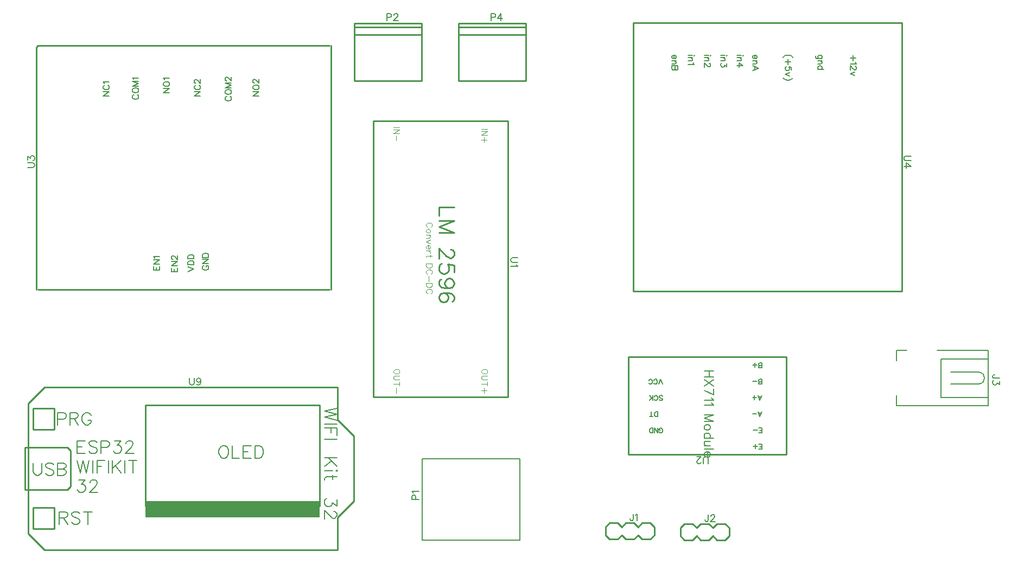
<source format=gto>
G04 Layer: TopSilkLayer*
G04 EasyEDA v6.4.7, 2020-11-20T21:23:31--3:00*
G04 e52d193bf13c446e91f454a0656ad50a,09237c92188f4bc9b643e288e8680b3c,10*
G04 Gerber Generator version 0.2*
G04 Scale: 100 percent, Rotated: No, Reflected: No *
G04 Dimensions in millimeters *
G04 leading zeros omitted , absolute positions ,3 integer and 3 decimal *
%FSLAX33Y33*%
%MOMM*%
G90*
D02*

%ADD10C,0.254000*%
%ADD23C,0.203200*%
%ADD24C,0.200000*%
%ADD25C,0.152400*%
%ADD26C,0.203200*%
%ADD27C,0.100000*%
%ADD28C,0.250012*%

%LPD*%
G54D10*
G01X50927Y48641D02*
G01X50927Y86741D01*
G01X50673Y48641D02*
G01X5207Y48641D01*
G01X4953Y48641D02*
G01X4953Y86487D01*
G01X5207Y86741D01*
G01X50673Y86741D02*
G01X5207Y86741D01*
G01X4953Y86487D01*
G54D23*
G01X65151Y9525D02*
G01X80391Y9525D01*
G01X80391Y22225D01*
G01X65151Y22225D01*
G01X65151Y9525D01*
G54D10*
G01X81278Y90209D02*
G01X81278Y81209D01*
G01X70778Y90179D02*
G01X70778Y81179D01*
G01X70778Y90209D02*
G01X81278Y90209D01*
G01X70748Y88379D02*
G01X81248Y88379D01*
G01X70778Y89609D02*
G01X81278Y89609D01*
G01X70778Y81179D02*
G01X81278Y81179D01*
G01X65022Y90209D02*
G01X65022Y81209D01*
G01X54522Y90179D02*
G01X54522Y81179D01*
G01X54522Y90209D02*
G01X65022Y90209D01*
G01X54492Y88379D02*
G01X64992Y88379D01*
G01X54522Y89609D02*
G01X65022Y89609D01*
G01X54522Y81179D02*
G01X65022Y81179D01*
G01X121920Y22860D02*
G01X97282Y22860D01*
G01X97282Y38100D01*
G01X121920Y38100D01*
G01X121920Y22860D01*
G01X139954Y90297D02*
G01X98044Y90297D01*
G01X98044Y48387D01*
G01X139954Y48387D01*
G01X139954Y90297D01*
G01X4445Y14605D02*
G01X7747Y14605D01*
G01X7747Y11303D01*
G01X4445Y11303D01*
G01X4445Y14605D01*
G01X3175Y24003D02*
G01X9779Y24003D01*
G01X10287Y23495D01*
G01X10287Y17907D01*
G01X9779Y17399D01*
G01X3175Y17399D01*
G01X3175Y24003D01*
G01X4444Y30099D02*
G01X7746Y30099D01*
G01X7746Y26797D01*
G01X4444Y26797D01*
G01X4444Y30099D01*
G01X21970Y30607D02*
G01X21970Y14859D01*
G01X49148Y30607D02*
G01X49148Y14859D01*
G01X49148Y14859D02*
G01X21970Y14859D01*
G01X21970Y30607D02*
G01X49148Y30607D01*
G01X51942Y8001D02*
G01X6223Y8001D01*
G01X6223Y33401D02*
G01X51942Y33401D01*
G01X51942Y8001D02*
G01X51942Y13081D01*
G01X54482Y15621D01*
G01X54482Y25781D01*
G01X51942Y28321D01*
G01X51942Y33401D01*
G01X6222Y33401D02*
G01X3682Y30861D01*
G01X3682Y10541D01*
G01X6222Y8001D01*
G54D24*
G01X152051Y33911D02*
G01X147551Y33911D01*
G01X152051Y35710D02*
G01X147551Y35710D01*
G01X153326Y31811D02*
G01X146051Y31811D01*
G01X146051Y37810D01*
G01X153351Y37810D01*
G01X139151Y32110D02*
G01X139151Y30511D01*
G01X153451Y30511D01*
G01X153451Y39110D01*
G01X145501Y39110D01*
G01X140751Y39110D02*
G01X139151Y39110D01*
G01X139151Y37511D01*
G54D10*
G01X78486Y74930D02*
G01X78486Y31877D01*
G01X57531Y31877D01*
G01X57531Y74930D01*
G01X78486Y74930D01*
G01X93726Y11557D02*
G01X94361Y12192D01*
G01X95631Y12192D01*
G01X96266Y11557D01*
G01X96901Y12192D01*
G01X98171Y12192D01*
G01X98806Y11557D01*
G01X99441Y12192D01*
G01X100711Y12192D01*
G01X101346Y11557D01*
G01X101346Y10287D01*
G01X100711Y9652D01*
G01X99441Y9652D01*
G01X98806Y10287D01*
G01X98171Y9652D01*
G01X96901Y9652D01*
G01X96266Y10287D01*
G01X95631Y9652D01*
G01X94361Y9652D01*
G01X93726Y10287D01*
G01X93726Y11557D01*
G01X105410Y11430D02*
G01X106045Y12065D01*
G01X107315Y12065D01*
G01X107950Y11430D01*
G01X108585Y12065D01*
G01X109855Y12065D01*
G01X110490Y11430D01*
G01X111125Y12065D01*
G01X112395Y12065D01*
G01X113030Y11430D01*
G01X113030Y10160D01*
G01X112395Y9525D01*
G01X111125Y9525D01*
G01X110490Y10160D01*
G01X109855Y9525D01*
G01X108585Y9525D01*
G01X107950Y10160D01*
G01X107315Y9525D01*
G01X106045Y9525D01*
G01X105410Y10160D01*
G01X105410Y11430D01*
G54D25*
G01X3545Y67691D02*
G01X4325Y67691D01*
G01X4480Y67741D01*
G01X4584Y67845D01*
G01X4635Y68003D01*
G01X4635Y68107D01*
G01X4584Y68262D01*
G01X4480Y68366D01*
G01X4325Y68417D01*
G01X3545Y68417D01*
G01X3545Y68864D02*
G01X3545Y69435D01*
G01X3962Y69126D01*
G01X3962Y69281D01*
G01X4013Y69385D01*
G01X4064Y69435D01*
G01X4221Y69489D01*
G01X4325Y69489D01*
G01X4480Y69435D01*
G01X4584Y69331D01*
G01X4635Y69176D01*
G01X4635Y69021D01*
G01X4584Y68864D01*
G01X4533Y68813D01*
G01X4429Y68760D01*
G54D26*
G01X15321Y78867D02*
G01X16291Y78867D01*
G01X15321Y78867D02*
G01X16291Y79514D01*
G01X15321Y79514D02*
G01X16291Y79514D01*
G01X15552Y80510D02*
G01X15458Y80464D01*
G01X15367Y80373D01*
G01X15321Y80279D01*
G01X15321Y80096D01*
G01X15367Y80002D01*
G01X15458Y79910D01*
G01X15552Y79865D01*
G01X15689Y79819D01*
G01X15920Y79819D01*
G01X16060Y79865D01*
G01X16151Y79910D01*
G01X16243Y80002D01*
G01X16291Y80096D01*
G01X16291Y80279D01*
G01X16243Y80373D01*
G01X16151Y80464D01*
G01X16060Y80510D01*
G01X15506Y80815D02*
G01X15458Y80909D01*
G01X15321Y81046D01*
G01X16291Y81046D01*
G01X20124Y79052D02*
G01X20030Y79006D01*
G01X19939Y78912D01*
G01X19893Y78821D01*
G01X19893Y78635D01*
G01X19939Y78544D01*
G01X20030Y78450D01*
G01X20124Y78404D01*
G01X20261Y78359D01*
G01X20492Y78359D01*
G01X20632Y78404D01*
G01X20723Y78450D01*
G01X20815Y78544D01*
G01X20863Y78635D01*
G01X20863Y78821D01*
G01X20815Y78912D01*
G01X20723Y79006D01*
G01X20632Y79052D01*
G01X19893Y79634D02*
G01X19939Y79540D01*
G01X20030Y79448D01*
G01X20124Y79402D01*
G01X20261Y79357D01*
G01X20492Y79357D01*
G01X20632Y79402D01*
G01X20723Y79448D01*
G01X20815Y79540D01*
G01X20863Y79634D01*
G01X20863Y79819D01*
G01X20815Y79910D01*
G01X20723Y80002D01*
G01X20632Y80048D01*
G01X20492Y80096D01*
G01X20261Y80096D01*
G01X20124Y80048D01*
G01X20030Y80002D01*
G01X19939Y79910D01*
G01X19893Y79819D01*
G01X19893Y79634D01*
G01X19893Y80401D02*
G01X20863Y80401D01*
G01X19893Y80401D02*
G01X20863Y80769D01*
G01X19893Y81140D02*
G01X20863Y80769D01*
G01X19893Y81140D02*
G01X20863Y81140D01*
G01X20078Y81445D02*
G01X20030Y81536D01*
G01X19893Y81673D01*
G01X20863Y81673D01*
G01X25989Y51435D02*
G01X26959Y51435D01*
G01X25989Y51435D02*
G01X25989Y52034D01*
G01X26451Y51435D02*
G01X26451Y51803D01*
G01X26959Y51435D02*
G01X26959Y52034D01*
G01X25989Y52339D02*
G01X26959Y52339D01*
G01X25989Y52339D02*
G01X26959Y52986D01*
G01X25989Y52986D02*
G01X26959Y52986D01*
G01X26220Y53337D02*
G01X26174Y53337D01*
G01X26080Y53383D01*
G01X26035Y53428D01*
G01X25989Y53522D01*
G01X25989Y53708D01*
G01X26035Y53799D01*
G01X26080Y53845D01*
G01X26174Y53891D01*
G01X26266Y53891D01*
G01X26357Y53845D01*
G01X26497Y53754D01*
G01X26959Y53291D01*
G01X26959Y53936D01*
G01X28529Y51435D02*
G01X29499Y51803D01*
G01X28529Y52174D02*
G01X29499Y51803D01*
G01X28529Y52478D02*
G01X29499Y52478D01*
G01X28529Y52478D02*
G01X28529Y52801D01*
G01X28575Y52941D01*
G01X28666Y53032D01*
G01X28760Y53078D01*
G01X28897Y53124D01*
G01X29128Y53124D01*
G01X29268Y53078D01*
G01X29359Y53032D01*
G01X29451Y52941D01*
G01X29499Y52801D01*
G01X29499Y52478D01*
G01X28529Y53428D02*
G01X29499Y53428D01*
G01X28529Y53428D02*
G01X28529Y53754D01*
G01X28575Y53891D01*
G01X28666Y53985D01*
G01X28760Y54030D01*
G01X28897Y54076D01*
G01X29128Y54076D01*
G01X29268Y54030D01*
G01X29359Y53985D01*
G01X29451Y53891D01*
G01X29499Y53754D01*
G01X29499Y53428D01*
G01X31046Y52382D02*
G01X30952Y52336D01*
G01X30861Y52242D01*
G01X30815Y52151D01*
G01X30815Y51965D01*
G01X30861Y51874D01*
G01X30952Y51780D01*
G01X31046Y51734D01*
G01X31183Y51689D01*
G01X31414Y51689D01*
G01X31554Y51734D01*
G01X31645Y51780D01*
G01X31737Y51874D01*
G01X31785Y51965D01*
G01X31785Y52151D01*
G01X31737Y52242D01*
G01X31645Y52336D01*
G01X31554Y52382D01*
G01X31414Y52382D01*
G01X31414Y52151D02*
G01X31414Y52382D01*
G01X30815Y52687D02*
G01X31785Y52687D01*
G01X30815Y52687D02*
G01X31785Y53332D01*
G01X30815Y53332D02*
G01X31785Y53332D01*
G01X30815Y53637D02*
G01X31785Y53637D01*
G01X30815Y53637D02*
G01X30815Y53962D01*
G01X30861Y54099D01*
G01X30952Y54190D01*
G01X31046Y54239D01*
G01X31183Y54284D01*
G01X31414Y54284D01*
G01X31554Y54239D01*
G01X31645Y54190D01*
G01X31737Y54099D01*
G01X31785Y53962D01*
G01X31785Y53637D01*
G01X24719Y79375D02*
G01X25689Y79375D01*
G01X24719Y79375D02*
G01X25689Y80022D01*
G01X24719Y80022D02*
G01X25689Y80022D01*
G01X24719Y80604D02*
G01X24765Y80510D01*
G01X24856Y80418D01*
G01X24950Y80373D01*
G01X25087Y80327D01*
G01X25318Y80327D01*
G01X25458Y80373D01*
G01X25549Y80418D01*
G01X25641Y80510D01*
G01X25689Y80604D01*
G01X25689Y80787D01*
G01X25641Y80881D01*
G01X25549Y80972D01*
G01X25458Y81018D01*
G01X25318Y81064D01*
G01X25087Y81064D01*
G01X24950Y81018D01*
G01X24856Y80972D01*
G01X24765Y80881D01*
G01X24719Y80787D01*
G01X24719Y80604D01*
G01X24904Y81368D02*
G01X24856Y81462D01*
G01X24719Y81600D01*
G01X25689Y81600D01*
G01X23195Y51689D02*
G01X24165Y51689D01*
G01X23195Y51689D02*
G01X23195Y52288D01*
G01X23657Y51689D02*
G01X23657Y52057D01*
G01X24165Y51689D02*
G01X24165Y52288D01*
G01X23195Y52593D02*
G01X24165Y52593D01*
G01X23195Y52593D02*
G01X24165Y53240D01*
G01X23195Y53240D02*
G01X24165Y53240D01*
G01X23380Y53545D02*
G01X23332Y53637D01*
G01X23195Y53776D01*
G01X24165Y53776D01*
G01X29545Y78867D02*
G01X30515Y78867D01*
G01X29545Y78867D02*
G01X30515Y79514D01*
G01X29545Y79514D02*
G01X30515Y79514D01*
G01X29776Y80510D02*
G01X29682Y80464D01*
G01X29591Y80373D01*
G01X29545Y80279D01*
G01X29545Y80096D01*
G01X29591Y80002D01*
G01X29682Y79910D01*
G01X29776Y79865D01*
G01X29913Y79819D01*
G01X30144Y79819D01*
G01X30284Y79865D01*
G01X30375Y79910D01*
G01X30467Y80002D01*
G01X30515Y80096D01*
G01X30515Y80279D01*
G01X30467Y80373D01*
G01X30375Y80464D01*
G01X30284Y80510D01*
G01X29776Y80860D02*
G01X29730Y80860D01*
G01X29636Y80909D01*
G01X29591Y80954D01*
G01X29545Y81046D01*
G01X29545Y81231D01*
G01X29591Y81323D01*
G01X29636Y81368D01*
G01X29730Y81417D01*
G01X29822Y81417D01*
G01X29913Y81368D01*
G01X30053Y81277D01*
G01X30515Y80815D01*
G01X30515Y81462D01*
G01X34602Y78798D02*
G01X34508Y78752D01*
G01X34417Y78658D01*
G01X34371Y78567D01*
G01X34371Y78381D01*
G01X34417Y78290D01*
G01X34508Y78196D01*
G01X34602Y78150D01*
G01X34739Y78105D01*
G01X34970Y78105D01*
G01X35110Y78150D01*
G01X35201Y78196D01*
G01X35293Y78290D01*
G01X35341Y78381D01*
G01X35341Y78567D01*
G01X35293Y78658D01*
G01X35201Y78752D01*
G01X35110Y78798D01*
G01X34371Y79380D02*
G01X34417Y79286D01*
G01X34508Y79194D01*
G01X34602Y79148D01*
G01X34739Y79103D01*
G01X34970Y79103D01*
G01X35110Y79148D01*
G01X35201Y79194D01*
G01X35293Y79286D01*
G01X35341Y79380D01*
G01X35341Y79565D01*
G01X35293Y79656D01*
G01X35201Y79748D01*
G01X35110Y79794D01*
G01X34970Y79842D01*
G01X34739Y79842D01*
G01X34602Y79794D01*
G01X34508Y79748D01*
G01X34417Y79656D01*
G01X34371Y79565D01*
G01X34371Y79380D01*
G01X34371Y80147D02*
G01X35341Y80147D01*
G01X34371Y80147D02*
G01X35341Y80515D01*
G01X34371Y80886D02*
G01X35341Y80515D01*
G01X34371Y80886D02*
G01X35341Y80886D01*
G01X34602Y81236D02*
G01X34556Y81236D01*
G01X34462Y81282D01*
G01X34417Y81328D01*
G01X34371Y81419D01*
G01X34371Y81605D01*
G01X34417Y81699D01*
G01X34462Y81744D01*
G01X34556Y81790D01*
G01X34648Y81790D01*
G01X34739Y81744D01*
G01X34879Y81650D01*
G01X35341Y81191D01*
G01X35341Y81836D01*
G01X38689Y78867D02*
G01X39659Y78867D01*
G01X38689Y78867D02*
G01X39659Y79514D01*
G01X38689Y79514D02*
G01X39659Y79514D01*
G01X38689Y80096D02*
G01X38735Y80002D01*
G01X38826Y79910D01*
G01X38920Y79865D01*
G01X39057Y79819D01*
G01X39288Y79819D01*
G01X39428Y79865D01*
G01X39519Y79910D01*
G01X39611Y80002D01*
G01X39659Y80096D01*
G01X39659Y80279D01*
G01X39611Y80373D01*
G01X39519Y80464D01*
G01X39428Y80510D01*
G01X39288Y80556D01*
G01X39057Y80556D01*
G01X38920Y80510D01*
G01X38826Y80464D01*
G01X38735Y80373D01*
G01X38689Y80279D01*
G01X38689Y80096D01*
G01X38920Y80909D02*
G01X38874Y80909D01*
G01X38780Y80954D01*
G01X38735Y81000D01*
G01X38689Y81092D01*
G01X38689Y81277D01*
G01X38735Y81368D01*
G01X38780Y81417D01*
G01X38874Y81462D01*
G01X38966Y81462D01*
G01X39057Y81417D01*
G01X39197Y81323D01*
G01X39659Y80860D01*
G01X39659Y81508D01*
G54D25*
G01X63500Y15824D02*
G01X64589Y15824D01*
G01X63500Y15824D02*
G01X63500Y16291D01*
G01X63550Y16446D01*
G01X63604Y16499D01*
G01X63708Y16550D01*
G01X63863Y16550D01*
G01X63967Y16499D01*
G01X64018Y16446D01*
G01X64071Y16291D01*
G01X64071Y15824D01*
G01X63708Y16893D02*
G01X63654Y16997D01*
G01X63500Y17155D01*
G01X64589Y17155D01*
G01X75834Y91688D02*
G01X75834Y90599D01*
G01X75834Y91688D02*
G01X76301Y91688D01*
G01X76456Y91638D01*
G01X76509Y91584D01*
G01X76560Y91480D01*
G01X76560Y91325D01*
G01X76509Y91221D01*
G01X76456Y91170D01*
G01X76301Y91117D01*
G01X75834Y91117D01*
G01X77424Y91688D02*
G01X76903Y90962D01*
G01X77683Y90962D01*
G01X77424Y91688D02*
G01X77424Y90599D01*
G01X59578Y91688D02*
G01X59578Y90599D01*
G01X59578Y91688D02*
G01X60045Y91688D01*
G01X60200Y91638D01*
G01X60253Y91584D01*
G01X60304Y91480D01*
G01X60304Y91325D01*
G01X60253Y91221D01*
G01X60200Y91170D01*
G01X60045Y91117D01*
G01X59578Y91117D01*
G01X60700Y91429D02*
G01X60700Y91480D01*
G01X60751Y91584D01*
G01X60805Y91638D01*
G01X60909Y91688D01*
G01X61114Y91688D01*
G01X61219Y91638D01*
G01X61272Y91584D01*
G01X61323Y91480D01*
G01X61323Y91376D01*
G01X61272Y91272D01*
G01X61168Y91117D01*
G01X60647Y90599D01*
G01X61376Y90599D01*
G01X109728Y21452D02*
G01X109728Y22232D01*
G01X109677Y22387D01*
G01X109573Y22491D01*
G01X109415Y22542D01*
G01X109311Y22542D01*
G01X109156Y22491D01*
G01X109052Y22387D01*
G01X109001Y22232D01*
G01X109001Y21452D01*
G01X108605Y21711D02*
G01X108605Y21661D01*
G01X108554Y21556D01*
G01X108501Y21503D01*
G01X108397Y21452D01*
G01X108191Y21452D01*
G01X108087Y21503D01*
G01X108033Y21556D01*
G01X107983Y21661D01*
G01X107983Y21765D01*
G01X108033Y21869D01*
G01X108137Y22024D01*
G01X108658Y22542D01*
G01X107929Y22542D01*
G54D26*
G01X110545Y35941D02*
G01X109113Y35941D01*
G01X110545Y34985D02*
G01X109113Y34985D01*
G01X109865Y35941D02*
G01X109865Y34985D01*
G01X110545Y34536D02*
G01X109113Y33581D01*
G01X110545Y33581D02*
G01X109113Y34536D01*
G01X110545Y32176D02*
G01X109113Y32859D01*
G01X110545Y33131D02*
G01X110545Y32176D01*
G01X110274Y31727D02*
G01X110342Y31589D01*
G01X110545Y31386D01*
G01X109113Y31386D01*
G01X110274Y30937D02*
G01X110342Y30800D01*
G01X110545Y30594D01*
G01X109113Y30594D01*
G01X110545Y29095D02*
G01X109113Y29095D01*
G01X110545Y29095D02*
G01X109113Y28549D01*
G01X110545Y28003D02*
G01X109113Y28549D01*
G01X110545Y28003D02*
G01X109113Y28003D01*
G01X110068Y27213D02*
G01X109999Y27350D01*
G01X109865Y27485D01*
G01X109659Y27553D01*
G01X109522Y27553D01*
G01X109319Y27485D01*
G01X109181Y27350D01*
G01X109113Y27213D01*
G01X109113Y27010D01*
G01X109181Y26873D01*
G01X109319Y26736D01*
G01X109522Y26667D01*
G01X109659Y26667D01*
G01X109865Y26736D01*
G01X109999Y26873D01*
G01X110068Y27010D01*
G01X110068Y27213D01*
G01X110545Y25400D02*
G01X109113Y25400D01*
G01X109865Y25400D02*
G01X109999Y25537D01*
G01X110068Y25671D01*
G01X110068Y25877D01*
G01X109999Y26014D01*
G01X109865Y26149D01*
G01X109659Y26217D01*
G01X109522Y26217D01*
G01X109319Y26149D01*
G01X109181Y26014D01*
G01X109113Y25877D01*
G01X109113Y25671D01*
G01X109181Y25537D01*
G01X109319Y25400D01*
G01X110068Y24950D02*
G01X109387Y24950D01*
G01X109181Y24881D01*
G01X109113Y24744D01*
G01X109113Y24541D01*
G01X109181Y24404D01*
G01X109387Y24201D01*
G01X110068Y24201D02*
G01X109113Y24201D01*
G01X110545Y23749D02*
G01X109113Y23749D01*
G01X109659Y23299D02*
G01X109659Y22481D01*
G01X109796Y22481D01*
G01X109933Y22550D01*
G01X109999Y22618D01*
G01X110068Y22755D01*
G01X110068Y22959D01*
G01X109999Y23096D01*
G01X109865Y23230D01*
G01X109659Y23299D01*
G01X109522Y23299D01*
G01X109319Y23230D01*
G01X109181Y23096D01*
G01X109113Y22959D01*
G01X109113Y22755D01*
G01X109181Y22618D01*
G01X109319Y22481D01*
G01X118110Y23693D02*
G01X118110Y24457D01*
G01X118110Y23693D02*
G01X117637Y23693D01*
G01X118110Y24056D02*
G01X117817Y24056D01*
G01X118110Y24457D02*
G01X117637Y24457D01*
G01X117071Y23802D02*
G01X117071Y24457D01*
G01X117396Y24130D02*
G01X116743Y24130D01*
G01X118110Y26233D02*
G01X118110Y26997D01*
G01X118110Y26233D02*
G01X117637Y26233D01*
G01X118110Y26596D02*
G01X117817Y26596D01*
G01X118110Y26997D02*
G01X117637Y26997D01*
G01X117396Y26670D02*
G01X116743Y26670D01*
G01X117817Y28773D02*
G01X118110Y29537D01*
G01X117817Y28773D02*
G01X117528Y29537D01*
G01X118000Y29283D02*
G01X117637Y29283D01*
G01X117287Y29210D02*
G01X116634Y29210D01*
G01X117817Y31313D02*
G01X118110Y32077D01*
G01X117817Y31313D02*
G01X117528Y32077D01*
G01X118000Y31823D02*
G01X117637Y31823D01*
G01X116961Y31422D02*
G01X116961Y32077D01*
G01X117287Y31750D02*
G01X116634Y31750D01*
G01X118110Y33853D02*
G01X118110Y34617D01*
G01X118110Y33853D02*
G01X117782Y33853D01*
G01X117673Y33891D01*
G01X117637Y33926D01*
G01X117602Y33997D01*
G01X117602Y34071D01*
G01X117637Y34145D01*
G01X117673Y34180D01*
G01X117782Y34216D01*
G01X118110Y34216D02*
G01X117782Y34216D01*
G01X117673Y34254D01*
G01X117637Y34290D01*
G01X117602Y34363D01*
G01X117602Y34472D01*
G01X117637Y34544D01*
G01X117673Y34582D01*
G01X117782Y34617D01*
G01X118110Y34617D01*
G01X117360Y34290D02*
G01X116705Y34290D01*
G01X118110Y36393D02*
G01X118110Y37157D01*
G01X118110Y36393D02*
G01X117782Y36393D01*
G01X117673Y36431D01*
G01X117637Y36466D01*
G01X117602Y36537D01*
G01X117602Y36611D01*
G01X117637Y36685D01*
G01X117673Y36720D01*
G01X117782Y36756D01*
G01X118110Y36756D02*
G01X117782Y36756D01*
G01X117673Y36794D01*
G01X117637Y36830D01*
G01X117602Y36903D01*
G01X117602Y37012D01*
G01X117637Y37084D01*
G01X117673Y37122D01*
G01X117782Y37157D01*
G01X118110Y37157D01*
G01X117033Y36502D02*
G01X117033Y37157D01*
G01X117360Y36830D02*
G01X116705Y36830D01*
G01X102069Y26416D02*
G01X102108Y26342D01*
G01X102179Y26271D01*
G01X102252Y26233D01*
G01X102397Y26233D01*
G01X102471Y26271D01*
G01X102542Y26342D01*
G01X102580Y26416D01*
G01X102616Y26525D01*
G01X102616Y26705D01*
G01X102580Y26814D01*
G01X102542Y26888D01*
G01X102471Y26962D01*
G01X102397Y26997D01*
G01X102252Y26997D01*
G01X102179Y26962D01*
G01X102108Y26888D01*
G01X102069Y26814D01*
G01X102069Y26705D01*
G01X102252Y26705D02*
G01X102069Y26705D01*
G01X101831Y26233D02*
G01X101831Y26997D01*
G01X101831Y26233D02*
G01X101320Y26997D01*
G01X101320Y26233D02*
G01X101320Y26997D01*
G01X101081Y26233D02*
G01X101081Y26997D01*
G01X101081Y26233D02*
G01X100827Y26233D01*
G01X100718Y26271D01*
G01X100644Y26342D01*
G01X100609Y26416D01*
G01X100571Y26525D01*
G01X100571Y26705D01*
G01X100609Y26814D01*
G01X100644Y26888D01*
G01X100718Y26962D01*
G01X100827Y26997D01*
G01X101081Y26997D01*
G01X101854Y28773D02*
G01X101854Y29537D01*
G01X101854Y28773D02*
G01X101600Y28773D01*
G01X101490Y28811D01*
G01X101417Y28882D01*
G01X101381Y28956D01*
G01X101346Y29065D01*
G01X101346Y29245D01*
G01X101381Y29354D01*
G01X101417Y29428D01*
G01X101490Y29502D01*
G01X101600Y29537D01*
G01X101854Y29537D01*
G01X100850Y28773D02*
G01X100850Y29537D01*
G01X101104Y28773D02*
G01X100596Y28773D01*
G01X102108Y31422D02*
G01X102179Y31351D01*
G01X102288Y31313D01*
G01X102433Y31313D01*
G01X102542Y31351D01*
G01X102616Y31422D01*
G01X102616Y31496D01*
G01X102580Y31567D01*
G01X102542Y31605D01*
G01X102471Y31640D01*
G01X102252Y31714D01*
G01X102179Y31750D01*
G01X102143Y31785D01*
G01X102108Y31859D01*
G01X102108Y31968D01*
G01X102179Y32042D01*
G01X102288Y32077D01*
G01X102433Y32077D01*
G01X102542Y32042D01*
G01X102616Y31968D01*
G01X101320Y31496D02*
G01X101358Y31422D01*
G01X101429Y31351D01*
G01X101503Y31313D01*
G01X101648Y31313D01*
G01X101721Y31351D01*
G01X101793Y31422D01*
G01X101831Y31496D01*
G01X101866Y31605D01*
G01X101866Y31785D01*
G01X101831Y31894D01*
G01X101793Y31968D01*
G01X101721Y32042D01*
G01X101648Y32077D01*
G01X101503Y32077D01*
G01X101429Y32042D01*
G01X101358Y31968D01*
G01X101320Y31894D01*
G01X101081Y31313D02*
G01X101081Y32077D01*
G01X100571Y31313D02*
G01X101081Y31823D01*
G01X100898Y31640D02*
G01X100571Y32077D01*
G01X102616Y33853D02*
G01X102323Y34617D01*
G01X102034Y33853D02*
G01X102323Y34617D01*
G01X101249Y34036D02*
G01X101285Y33962D01*
G01X101358Y33891D01*
G01X101429Y33853D01*
G01X101577Y33853D01*
G01X101648Y33891D01*
G01X101721Y33962D01*
G01X101757Y34036D01*
G01X101793Y34145D01*
G01X101793Y34325D01*
G01X101757Y34434D01*
G01X101721Y34508D01*
G01X101648Y34582D01*
G01X101577Y34617D01*
G01X101429Y34617D01*
G01X101358Y34582D01*
G01X101285Y34508D01*
G01X101249Y34434D01*
G01X100462Y34036D02*
G01X100500Y33962D01*
G01X100571Y33891D01*
G01X100644Y33853D01*
G01X100789Y33853D01*
G01X100863Y33891D01*
G01X100937Y33962D01*
G01X100972Y34036D01*
G01X101008Y34145D01*
G01X101008Y34325D01*
G01X100972Y34434D01*
G01X100937Y34508D01*
G01X100863Y34582D01*
G01X100789Y34617D01*
G01X100644Y34617D01*
G01X100571Y34582D01*
G01X100500Y34508D01*
G01X100462Y34434D01*
G54D25*
G01X141361Y69469D02*
G01X140581Y69469D01*
G01X140426Y69418D01*
G01X140322Y69314D01*
G01X140271Y69156D01*
G01X140271Y69052D01*
G01X140322Y68897D01*
G01X140426Y68793D01*
G01X140581Y68742D01*
G01X141361Y68742D01*
G01X141361Y67878D02*
G01X140634Y68399D01*
G01X140634Y67619D01*
G01X141361Y67878D02*
G01X140271Y67878D01*
G54D26*
G01X115189Y85217D02*
G01X115143Y85171D01*
G01X115189Y85125D01*
G01X115234Y85171D01*
G01X115189Y85217D01*
G01X114866Y85171D02*
G01X114218Y85171D01*
G01X114866Y84820D02*
G01X114218Y84820D01*
G01X114681Y84820D02*
G01X114820Y84681D01*
G01X114866Y84589D01*
G01X114866Y84449D01*
G01X114820Y84358D01*
G01X114681Y84312D01*
G01X114218Y84312D01*
G01X115189Y83545D02*
G01X114543Y84007D01*
G01X114543Y83314D01*
G01X115189Y83545D02*
G01X114218Y83545D01*
G01X112649Y85217D02*
G01X112603Y85171D01*
G01X112649Y85125D01*
G01X112694Y85171D01*
G01X112649Y85217D01*
G01X112326Y85171D02*
G01X111678Y85171D01*
G01X112326Y84820D02*
G01X111678Y84820D01*
G01X112141Y84820D02*
G01X112280Y84681D01*
G01X112326Y84589D01*
G01X112326Y84449D01*
G01X112280Y84358D01*
G01X112141Y84312D01*
G01X111678Y84312D01*
G01X112649Y83913D02*
G01X112649Y83405D01*
G01X112280Y83682D01*
G01X112280Y83545D01*
G01X112235Y83451D01*
G01X112186Y83405D01*
G01X112049Y83360D01*
G01X111955Y83360D01*
G01X111818Y83405D01*
G01X111727Y83499D01*
G01X111678Y83637D01*
G01X111678Y83776D01*
G01X111727Y83913D01*
G01X111772Y83959D01*
G01X111864Y84007D01*
G01X110109Y85217D02*
G01X110063Y85171D01*
G01X110109Y85125D01*
G01X110154Y85171D01*
G01X110109Y85217D01*
G01X109786Y85171D02*
G01X109138Y85171D01*
G01X109786Y84820D02*
G01X109138Y84820D01*
G01X109601Y84820D02*
G01X109740Y84681D01*
G01X109786Y84589D01*
G01X109786Y84449D01*
G01X109740Y84358D01*
G01X109601Y84312D01*
G01X109138Y84312D01*
G01X109877Y83959D02*
G01X109923Y83959D01*
G01X110017Y83913D01*
G01X110063Y83868D01*
G01X110109Y83776D01*
G01X110109Y83591D01*
G01X110063Y83499D01*
G01X110017Y83451D01*
G01X109923Y83405D01*
G01X109832Y83405D01*
G01X109740Y83451D01*
G01X109601Y83545D01*
G01X109138Y84007D01*
G01X109138Y83360D01*
G01X107569Y85217D02*
G01X107523Y85171D01*
G01X107569Y85125D01*
G01X107614Y85171D01*
G01X107569Y85217D01*
G01X107246Y85171D02*
G01X106598Y85171D01*
G01X107246Y84820D02*
G01X106598Y84820D01*
G01X107061Y84820D02*
G01X107200Y84681D01*
G01X107246Y84589D01*
G01X107246Y84449D01*
G01X107200Y84358D01*
G01X107061Y84312D01*
G01X106598Y84312D01*
G01X107383Y84007D02*
G01X107431Y83913D01*
G01X107569Y83776D01*
G01X106598Y83776D01*
G01X132750Y84800D02*
G01X131917Y84800D01*
G01X132334Y85217D02*
G01X132334Y84386D01*
G01X132702Y84081D02*
G01X132750Y83987D01*
G01X132887Y83850D01*
G01X131917Y83850D01*
G01X132656Y83499D02*
G01X132702Y83499D01*
G01X132796Y83451D01*
G01X132842Y83405D01*
G01X132887Y83314D01*
G01X132887Y83129D01*
G01X132842Y83037D01*
G01X132796Y82991D01*
G01X132702Y82943D01*
G01X132610Y82943D01*
G01X132519Y82991D01*
G01X132379Y83083D01*
G01X131917Y83545D01*
G01X131917Y82897D01*
G01X132565Y82593D02*
G01X131917Y82316D01*
G01X132565Y82039D02*
G01X131917Y82316D01*
G01X127485Y84663D02*
G01X126746Y84663D01*
G01X126606Y84709D01*
G01X126560Y84754D01*
G01X126514Y84848D01*
G01X126514Y84985D01*
G01X126560Y85077D01*
G01X127345Y84663D02*
G01X127439Y84754D01*
G01X127485Y84848D01*
G01X127485Y84985D01*
G01X127439Y85077D01*
G01X127345Y85171D01*
G01X127208Y85217D01*
G01X127114Y85217D01*
G01X126977Y85171D01*
G01X126885Y85077D01*
G01X126837Y84985D01*
G01X126837Y84848D01*
G01X126885Y84754D01*
G01X126977Y84663D01*
G01X127485Y84358D02*
G01X126837Y84358D01*
G01X127299Y84358D02*
G01X127439Y84218D01*
G01X127485Y84127D01*
G01X127485Y83987D01*
G01X127439Y83896D01*
G01X127299Y83850D01*
G01X126837Y83850D01*
G01X127807Y82991D02*
G01X126837Y82991D01*
G01X127345Y82991D02*
G01X127439Y83083D01*
G01X127485Y83174D01*
G01X127485Y83314D01*
G01X127439Y83405D01*
G01X127345Y83499D01*
G01X127208Y83545D01*
G01X127114Y83545D01*
G01X126977Y83499D01*
G01X126885Y83405D01*
G01X126837Y83314D01*
G01X126837Y83174D01*
G01X126885Y83083D01*
G01X126977Y82991D01*
G01X122913Y84894D02*
G01X122821Y84985D01*
G01X122682Y85077D01*
G01X122496Y85171D01*
G01X122265Y85217D01*
G01X122082Y85217D01*
G01X121851Y85171D01*
G01X121666Y85077D01*
G01X121526Y84985D01*
G01X121434Y84894D01*
G01X122590Y84173D02*
G01X121757Y84173D01*
G01X122174Y84589D02*
G01X122174Y83756D01*
G01X122727Y82897D02*
G01X122727Y83360D01*
G01X122313Y83405D01*
G01X122359Y83360D01*
G01X122405Y83223D01*
G01X122405Y83083D01*
G01X122359Y82943D01*
G01X122265Y82852D01*
G01X122128Y82806D01*
G01X122034Y82806D01*
G01X121897Y82852D01*
G01X121805Y82943D01*
G01X121757Y83083D01*
G01X121757Y83223D01*
G01X121805Y83360D01*
G01X121851Y83405D01*
G01X121942Y83451D01*
G01X122405Y82501D02*
G01X121757Y82224D01*
G01X122405Y81948D02*
G01X121757Y82224D01*
G01X122913Y81643D02*
G01X122821Y81549D01*
G01X122682Y81457D01*
G01X122496Y81366D01*
G01X122265Y81318D01*
G01X122082Y81318D01*
G01X121851Y81366D01*
G01X121666Y81457D01*
G01X121526Y81549D01*
G01X121434Y81643D01*
G01X117048Y85217D02*
G01X117048Y84663D01*
G01X117139Y84663D01*
G01X117233Y84709D01*
G01X117279Y84754D01*
G01X117325Y84848D01*
G01X117325Y84985D01*
G01X117279Y85077D01*
G01X117185Y85171D01*
G01X117048Y85217D01*
G01X116954Y85217D01*
G01X116817Y85171D01*
G01X116725Y85077D01*
G01X116677Y84985D01*
G01X116677Y84848D01*
G01X116725Y84754D01*
G01X116817Y84663D01*
G01X117325Y84358D02*
G01X116677Y84358D01*
G01X117139Y84358D02*
G01X117279Y84218D01*
G01X117325Y84127D01*
G01X117325Y83987D01*
G01X117279Y83896D01*
G01X117139Y83850D01*
G01X116677Y83850D01*
G01X117647Y83174D02*
G01X116677Y83545D01*
G01X117647Y83174D02*
G01X116677Y82806D01*
G01X117002Y83405D02*
G01X117002Y82943D01*
G01X104429Y85217D02*
G01X104429Y84663D01*
G01X104521Y84663D01*
G01X104614Y84709D01*
G01X104660Y84754D01*
G01X104706Y84848D01*
G01X104706Y84985D01*
G01X104660Y85077D01*
G01X104566Y85171D01*
G01X104429Y85217D01*
G01X104335Y85217D01*
G01X104198Y85171D01*
G01X104106Y85077D01*
G01X104058Y84985D01*
G01X104058Y84848D01*
G01X104106Y84754D01*
G01X104198Y84663D01*
G01X104706Y84358D02*
G01X104058Y84358D01*
G01X104521Y84358D02*
G01X104660Y84218D01*
G01X104706Y84127D01*
G01X104706Y83987D01*
G01X104660Y83896D01*
G01X104521Y83850D01*
G01X104058Y83850D01*
G01X105029Y83545D02*
G01X104058Y83545D01*
G01X105029Y83545D02*
G01X105029Y83129D01*
G01X104983Y82991D01*
G01X104937Y82943D01*
G01X104843Y82897D01*
G01X104752Y82897D01*
G01X104660Y82943D01*
G01X104614Y82991D01*
G01X104566Y83129D01*
G01X104566Y83545D02*
G01X104566Y83129D01*
G01X104521Y82991D01*
G01X104475Y82943D01*
G01X104383Y82897D01*
G01X104244Y82897D01*
G01X104152Y82943D01*
G01X104106Y82991D01*
G01X104058Y83129D01*
G01X104058Y83545D01*
G54D25*
G01X28828Y34808D02*
G01X28828Y34028D01*
G01X28879Y33873D01*
G01X28983Y33769D01*
G01X29141Y33718D01*
G01X29245Y33718D01*
G01X29400Y33769D01*
G01X29504Y33873D01*
G01X29555Y34028D01*
G01X29555Y34808D01*
G01X30573Y34444D02*
G01X30523Y34290D01*
G01X30418Y34185D01*
G01X30264Y34132D01*
G01X30210Y34132D01*
G01X30055Y34185D01*
G01X29951Y34290D01*
G01X29898Y34444D01*
G01X29898Y34495D01*
G01X29951Y34653D01*
G01X30055Y34757D01*
G01X30210Y34808D01*
G01X30264Y34808D01*
G01X30418Y34757D01*
G01X30523Y34653D01*
G01X30573Y34444D01*
G01X30573Y34185D01*
G01X30523Y33924D01*
G01X30418Y33769D01*
G01X30264Y33718D01*
G01X30159Y33718D01*
G01X30002Y33769D01*
G01X29951Y33873D01*
G54D26*
G01X11303Y25019D02*
G01X11303Y23081D01*
G01X11303Y25019D02*
G01X12504Y25019D01*
G01X11303Y24097D02*
G01X12042Y24097D01*
G01X11303Y23081D02*
G01X12504Y23081D01*
G01X14406Y24742D02*
G01X14221Y24927D01*
G01X13944Y25019D01*
G01X13576Y25019D01*
G01X13296Y24927D01*
G01X13114Y24742D01*
G01X13114Y24559D01*
G01X13205Y24373D01*
G01X13296Y24279D01*
G01X13482Y24188D01*
G01X14036Y24003D01*
G01X14221Y23911D01*
G01X14312Y23820D01*
G01X14406Y23634D01*
G01X14406Y23357D01*
G01X14221Y23172D01*
G01X13944Y23081D01*
G01X13576Y23081D01*
G01X13296Y23172D01*
G01X13114Y23357D01*
G01X15016Y25019D02*
G01X15016Y23081D01*
G01X15016Y25019D02*
G01X15847Y25019D01*
G01X16123Y24927D01*
G01X16217Y24836D01*
G01X16309Y24650D01*
G01X16309Y24373D01*
G01X16217Y24188D01*
G01X16123Y24097D01*
G01X15847Y24003D01*
G01X15016Y24003D01*
G01X17104Y25019D02*
G01X18120Y25019D01*
G01X17564Y24279D01*
G01X17843Y24279D01*
G01X18026Y24188D01*
G01X18120Y24097D01*
G01X18211Y23820D01*
G01X18211Y23634D01*
G01X18120Y23357D01*
G01X17934Y23172D01*
G01X17658Y23081D01*
G01X17381Y23081D01*
G01X17104Y23172D01*
G01X17010Y23263D01*
G01X16918Y23449D01*
G01X18912Y24559D02*
G01X18912Y24650D01*
G01X19006Y24836D01*
G01X19098Y24927D01*
G01X19283Y25019D01*
G01X19652Y25019D01*
G01X19837Y24927D01*
G01X19928Y24836D01*
G01X20022Y24650D01*
G01X20022Y24465D01*
G01X19928Y24279D01*
G01X19745Y24003D01*
G01X18821Y23081D01*
G01X20114Y23081D01*
G01X11303Y21971D02*
G01X11765Y20033D01*
G01X12227Y21971D02*
G01X11765Y20033D01*
G01X12227Y21971D02*
G01X12687Y20033D01*
G01X13149Y21971D02*
G01X12687Y20033D01*
G01X13759Y21971D02*
G01X13759Y20033D01*
G01X14368Y21971D02*
G01X14368Y20033D01*
G01X14368Y21971D02*
G01X15570Y21971D01*
G01X14368Y21049D02*
G01X15107Y21049D01*
G01X16179Y21971D02*
G01X16179Y20033D01*
G01X16789Y21971D02*
G01X16789Y20033D01*
G01X18082Y21971D02*
G01X16789Y20678D01*
G01X17251Y21140D02*
G01X18082Y20033D01*
G01X18691Y21971D02*
G01X18691Y20033D01*
G01X19949Y21971D02*
G01X19949Y20033D01*
G01X19301Y21971D02*
G01X20594Y21971D01*
G01X11488Y18923D02*
G01X12504Y18923D01*
G01X11950Y18183D01*
G01X12227Y18183D01*
G01X12410Y18092D01*
G01X12504Y18001D01*
G01X12595Y17724D01*
G01X12595Y17538D01*
G01X12504Y17261D01*
G01X12319Y17076D01*
G01X12042Y16985D01*
G01X11765Y16985D01*
G01X11488Y17076D01*
G01X11394Y17167D01*
G01X11303Y17353D01*
G01X13296Y18463D02*
G01X13296Y18554D01*
G01X13390Y18740D01*
G01X13482Y18831D01*
G01X13667Y18923D01*
G01X14036Y18923D01*
G01X14221Y18831D01*
G01X14312Y18740D01*
G01X14406Y18554D01*
G01X14406Y18369D01*
G01X14312Y18183D01*
G01X14130Y17907D01*
G01X13205Y16985D01*
G01X14498Y16985D01*
G01X33954Y24257D02*
G01X33769Y24165D01*
G01X33586Y23980D01*
G01X33492Y23797D01*
G01X33400Y23517D01*
G01X33400Y23058D01*
G01X33492Y22781D01*
G01X33586Y22595D01*
G01X33769Y22410D01*
G01X33954Y22318D01*
G01X34325Y22318D01*
G01X34508Y22410D01*
G01X34693Y22595D01*
G01X34785Y22781D01*
G01X34879Y23058D01*
G01X34879Y23517D01*
G01X34785Y23797D01*
G01X34693Y23980D01*
G01X34508Y24165D01*
G01X34325Y24257D01*
G01X33954Y24257D01*
G01X35488Y24257D02*
G01X35488Y22318D01*
G01X35488Y22318D02*
G01X36596Y22318D01*
G01X37205Y24257D02*
G01X37205Y22318D01*
G01X37205Y24257D02*
G01X38407Y24257D01*
G01X37205Y23334D02*
G01X37945Y23334D01*
G01X37205Y22318D02*
G01X38407Y22318D01*
G01X39016Y24257D02*
G01X39016Y22318D01*
G01X39016Y24257D02*
G01X39662Y24257D01*
G01X39941Y24165D01*
G01X40124Y23980D01*
G01X40218Y23797D01*
G01X40309Y23517D01*
G01X40309Y23058D01*
G01X40218Y22781D01*
G01X40124Y22595D01*
G01X39941Y22410D01*
G01X39662Y22318D01*
G01X39016Y22318D01*
G01X8254Y29428D02*
G01X8254Y27490D01*
G01X8254Y29428D02*
G01X9085Y29428D01*
G01X9362Y29337D01*
G01X9456Y29245D01*
G01X9547Y29060D01*
G01X9547Y28783D01*
G01X9456Y28597D01*
G01X9362Y28506D01*
G01X9085Y28412D01*
G01X8254Y28412D01*
G01X10157Y29428D02*
G01X10157Y27490D01*
G01X10157Y29428D02*
G01X10987Y29428D01*
G01X11264Y29337D01*
G01X11358Y29245D01*
G01X11450Y29060D01*
G01X11450Y28874D01*
G01X11358Y28689D01*
G01X11264Y28597D01*
G01X10987Y28506D01*
G01X10157Y28506D01*
G01X10805Y28506D02*
G01X11450Y27490D01*
G01X13446Y28968D02*
G01X13352Y29151D01*
G01X13169Y29337D01*
G01X12984Y29428D01*
G01X12613Y29428D01*
G01X12430Y29337D01*
G01X12245Y29151D01*
G01X12153Y28968D01*
G01X12059Y28689D01*
G01X12059Y28229D01*
G01X12153Y27952D01*
G01X12245Y27767D01*
G01X12430Y27581D01*
G01X12613Y27490D01*
G01X12984Y27490D01*
G01X13169Y27581D01*
G01X13352Y27767D01*
G01X13446Y27952D01*
G01X13446Y28229D01*
G01X12984Y28229D02*
G01X13446Y28229D01*
G01X8508Y13934D02*
G01X8508Y11996D01*
G01X8508Y13934D02*
G01X9339Y13934D01*
G01X9616Y13843D01*
G01X9710Y13751D01*
G01X9801Y13566D01*
G01X9801Y13380D01*
G01X9710Y13195D01*
G01X9616Y13103D01*
G01X9339Y13012D01*
G01X8508Y13012D01*
G01X9156Y13012D02*
G01X9801Y11996D01*
G01X11704Y13657D02*
G01X11518Y13843D01*
G01X11241Y13934D01*
G01X10873Y13934D01*
G01X10596Y13843D01*
G01X10411Y13657D01*
G01X10411Y13474D01*
G01X10502Y13289D01*
G01X10596Y13195D01*
G01X10782Y13103D01*
G01X11335Y12918D01*
G01X11518Y12827D01*
G01X11612Y12735D01*
G01X11704Y12550D01*
G01X11704Y12273D01*
G01X11518Y12087D01*
G01X11241Y11996D01*
G01X10873Y11996D01*
G01X10596Y12087D01*
G01X10411Y12273D01*
G01X12961Y13934D02*
G01X12961Y11996D01*
G01X12313Y13934D02*
G01X13606Y13934D01*
G01X4444Y21554D02*
G01X4444Y20170D01*
G01X4536Y19893D01*
G01X4721Y19707D01*
G01X4998Y19616D01*
G01X5184Y19616D01*
G01X5460Y19707D01*
G01X5646Y19893D01*
G01X5737Y20170D01*
G01X5737Y21554D01*
G01X7640Y21277D02*
G01X7454Y21463D01*
G01X7177Y21554D01*
G01X6809Y21554D01*
G01X6532Y21463D01*
G01X6347Y21277D01*
G01X6347Y21094D01*
G01X6438Y20909D01*
G01X6532Y20815D01*
G01X6718Y20723D01*
G01X7271Y20538D01*
G01X7454Y20447D01*
G01X7548Y20355D01*
G01X7640Y20170D01*
G01X7640Y19893D01*
G01X7454Y19707D01*
G01X7177Y19616D01*
G01X6809Y19616D01*
G01X6532Y19707D01*
G01X6347Y19893D01*
G01X8249Y21554D02*
G01X8249Y19616D01*
G01X8249Y21554D02*
G01X9080Y21554D01*
G01X9359Y21463D01*
G01X9451Y21371D01*
G01X9542Y21186D01*
G01X9542Y21000D01*
G01X9451Y20815D01*
G01X9359Y20723D01*
G01X9080Y20632D01*
G01X8249Y20632D02*
G01X9080Y20632D01*
G01X9359Y20538D01*
G01X9451Y20447D01*
G01X9542Y20261D01*
G01X9542Y19984D01*
G01X9451Y19799D01*
G01X9359Y19707D01*
G01X9080Y19616D01*
G01X8249Y19616D01*
G01X51780Y30099D02*
G01X49842Y29636D01*
G01X51780Y29174D02*
G01X49842Y29636D01*
G01X51780Y29174D02*
G01X49842Y28714D01*
G01X51780Y28252D02*
G01X49842Y28714D01*
G01X51780Y27642D02*
G01X49842Y27642D01*
G01X51780Y27033D02*
G01X49842Y27033D01*
G01X51780Y27033D02*
G01X51780Y25831D01*
G01X50858Y27033D02*
G01X50858Y26294D01*
G01X51780Y25222D02*
G01X49842Y25222D01*
G01X49194Y24612D02*
G01X49194Y22948D01*
G01X51780Y22339D02*
G01X49842Y22339D01*
G01X51780Y21046D02*
G01X50487Y22339D01*
G01X50949Y21879D02*
G01X49842Y21046D01*
G01X51780Y20436D02*
G01X51688Y20345D01*
G01X51780Y20253D01*
G01X51874Y20345D01*
G01X51780Y20436D01*
G01X51135Y20345D02*
G01X49842Y20345D01*
G01X51780Y19367D02*
G01X50210Y19367D01*
G01X49933Y19273D01*
G01X49842Y19088D01*
G01X49842Y18905D01*
G01X51135Y19644D02*
G01X51135Y18996D01*
G01X49194Y18295D02*
G01X49194Y16631D01*
G01X51780Y15836D02*
G01X51780Y14820D01*
G01X51041Y15377D01*
G01X51041Y15100D01*
G01X50949Y14914D01*
G01X50858Y14820D01*
G01X50581Y14729D01*
G01X50396Y14729D01*
G01X50119Y14820D01*
G01X49933Y15006D01*
G01X49842Y15283D01*
G01X49842Y15560D01*
G01X49933Y15836D01*
G01X50025Y15930D01*
G01X50210Y16022D01*
G01X51320Y14028D02*
G01X51412Y14028D01*
G01X51597Y13934D01*
G01X51688Y13843D01*
G01X51780Y13657D01*
G01X51780Y13289D01*
G01X51688Y13103D01*
G01X51597Y13012D01*
G01X51412Y12918D01*
G01X51226Y12918D01*
G01X51041Y13012D01*
G01X50764Y13195D01*
G01X49842Y14119D01*
G01X49842Y12827D01*
G54D25*
G01X155183Y34795D02*
G01X154352Y34795D01*
G01X154194Y34848D01*
G01X154144Y34899D01*
G01X154093Y35003D01*
G01X154093Y35107D01*
G01X154144Y35211D01*
G01X154194Y35265D01*
G01X154352Y35315D01*
G01X154456Y35315D01*
G01X155183Y34350D02*
G01X155183Y33779D01*
G01X154766Y34089D01*
G01X154766Y33934D01*
G01X154715Y33830D01*
G01X154664Y33779D01*
G01X154507Y33725D01*
G01X154403Y33725D01*
G01X154248Y33779D01*
G01X154144Y33880D01*
G01X154093Y34038D01*
G01X154093Y34193D01*
G01X154144Y34350D01*
G01X154194Y34401D01*
G01X154299Y34452D01*
G01X80020Y53594D02*
G01X79240Y53594D01*
G01X79085Y53543D01*
G01X78981Y53439D01*
G01X78930Y53281D01*
G01X78930Y53177D01*
G01X78981Y53022D01*
G01X79085Y52918D01*
G01X79240Y52867D01*
G01X80020Y52867D01*
G01X79811Y52524D02*
G01X79865Y52420D01*
G01X80020Y52263D01*
G01X78930Y52263D01*
G54D27*
G01X75303Y73660D02*
G01X74348Y73660D01*
G01X75303Y73360D02*
G01X74348Y73360D01*
G01X75303Y73360D02*
G01X74348Y72722D01*
G01X75303Y72722D02*
G01X74348Y72722D01*
G01X75168Y72014D02*
G01X74348Y72014D01*
G01X74759Y72423D02*
G01X74759Y71605D01*
G01X61587Y73914D02*
G01X60632Y73914D01*
G01X61587Y73614D02*
G01X60632Y73614D01*
G01X61587Y73614D02*
G01X60632Y72976D01*
G01X61587Y72976D02*
G01X60632Y72976D01*
G01X61043Y72677D02*
G01X61043Y71859D01*
G01X75303Y35923D02*
G01X75257Y36012D01*
G01X75168Y36103D01*
G01X75077Y36149D01*
G01X74940Y36195D01*
G01X74714Y36195D01*
G01X74576Y36149D01*
G01X74485Y36103D01*
G01X74394Y36012D01*
G01X74348Y35923D01*
G01X74348Y35740D01*
G01X74394Y35648D01*
G01X74485Y35557D01*
G01X74576Y35514D01*
G01X74714Y35468D01*
G01X74940Y35468D01*
G01X75077Y35514D01*
G01X75168Y35557D01*
G01X75257Y35648D01*
G01X75303Y35740D01*
G01X75303Y35923D01*
G01X75303Y35168D02*
G01X74622Y35168D01*
G01X74485Y35123D01*
G01X74394Y35031D01*
G01X74348Y34894D01*
G01X74348Y34803D01*
G01X74394Y34668D01*
G01X74485Y34577D01*
G01X74622Y34531D01*
G01X75303Y34531D01*
G01X75303Y33914D02*
G01X74348Y33914D01*
G01X75303Y34231D02*
G01X75303Y33594D01*
G01X75168Y32885D02*
G01X74348Y32885D01*
G01X74759Y33294D02*
G01X74759Y32476D01*
G01X61587Y35923D02*
G01X61541Y36012D01*
G01X61452Y36103D01*
G01X61361Y36149D01*
G01X61224Y36195D01*
G01X60998Y36195D01*
G01X60860Y36149D01*
G01X60769Y36103D01*
G01X60678Y36012D01*
G01X60632Y35923D01*
G01X60632Y35740D01*
G01X60678Y35648D01*
G01X60769Y35557D01*
G01X60860Y35514D01*
G01X60998Y35468D01*
G01X61224Y35468D01*
G01X61361Y35514D01*
G01X61452Y35557D01*
G01X61541Y35648D01*
G01X61587Y35740D01*
G01X61587Y35923D01*
G01X61587Y35168D02*
G01X60906Y35168D01*
G01X60769Y35123D01*
G01X60678Y35031D01*
G01X60632Y34894D01*
G01X60632Y34803D01*
G01X60678Y34668D01*
G01X60769Y34577D01*
G01X60906Y34531D01*
G01X61587Y34531D01*
G01X61587Y33914D02*
G01X60632Y33914D01*
G01X61587Y34231D02*
G01X61587Y33594D01*
G01X61043Y33294D02*
G01X61043Y32476D01*
G54D28*
G01X70086Y61468D02*
G01X67701Y61468D01*
G01X67701Y61468D02*
G01X67701Y60104D01*
G01X70086Y59354D02*
G01X67701Y59354D01*
G01X70086Y59354D02*
G01X67701Y58445D01*
G01X70086Y57536D02*
G01X67701Y58445D01*
G01X70086Y57536D02*
G01X67701Y57536D01*
G01X69519Y54922D02*
G01X69631Y54922D01*
G01X69860Y54808D01*
G01X69971Y54696D01*
G01X70086Y54467D01*
G01X70086Y54013D01*
G01X69971Y53787D01*
G01X69860Y53672D01*
G01X69631Y53558D01*
G01X69405Y53558D01*
G01X69176Y53672D01*
G01X68836Y53898D01*
G01X67701Y55036D01*
G01X67701Y53444D01*
G01X70086Y51330D02*
G01X70086Y52468D01*
G01X69065Y52580D01*
G01X69176Y52468D01*
G01X69291Y52125D01*
G01X69291Y51785D01*
G01X69176Y51445D01*
G01X68950Y51219D01*
G01X68610Y51104D01*
G01X68381Y51104D01*
G01X68041Y51219D01*
G01X67812Y51445D01*
G01X67701Y51785D01*
G01X67701Y52125D01*
G01X67812Y52468D01*
G01X67927Y52580D01*
G01X68155Y52694D01*
G01X69291Y48877D02*
G01X68950Y48991D01*
G01X68722Y49217D01*
G01X68610Y49557D01*
G01X68610Y49672D01*
G01X68722Y50012D01*
G01X68950Y50241D01*
G01X69291Y50355D01*
G01X69405Y50355D01*
G01X69745Y50241D01*
G01X69971Y50012D01*
G01X70086Y49672D01*
G01X70086Y49557D01*
G01X69971Y49217D01*
G01X69745Y48991D01*
G01X69291Y48877D01*
G01X68722Y48877D01*
G01X68155Y48991D01*
G01X67812Y49217D01*
G01X67701Y49557D01*
G01X67701Y49786D01*
G01X67812Y50126D01*
G01X68041Y50241D01*
G01X69745Y46763D02*
G01X69971Y46878D01*
G01X70086Y47218D01*
G01X70086Y47444D01*
G01X69971Y47785D01*
G01X69631Y48013D01*
G01X69065Y48127D01*
G01X68496Y48127D01*
G01X68041Y48013D01*
G01X67812Y47785D01*
G01X67701Y47444D01*
G01X67701Y47332D01*
G01X67812Y46990D01*
G01X68041Y46763D01*
G01X68381Y46649D01*
G01X68496Y46649D01*
G01X68836Y46763D01*
G01X69065Y46990D01*
G01X69176Y47332D01*
G01X69176Y47444D01*
G01X69065Y47785D01*
G01X68836Y48013D01*
G01X68496Y48127D01*
G54D27*
G01X66441Y58374D02*
G01X66532Y58417D01*
G01X66621Y58508D01*
G01X66667Y58600D01*
G01X66667Y58783D01*
G01X66621Y58872D01*
G01X66532Y58963D01*
G01X66441Y59009D01*
G01X66304Y59055D01*
G01X66078Y59055D01*
G01X65940Y59009D01*
G01X65849Y58963D01*
G01X65758Y58872D01*
G01X65712Y58783D01*
G01X65712Y58600D01*
G01X65758Y58508D01*
G01X65849Y58417D01*
G01X65940Y58374D01*
G01X66349Y57845D02*
G01X66304Y57937D01*
G01X66212Y58028D01*
G01X66078Y58072D01*
G01X65986Y58072D01*
G01X65849Y58028D01*
G01X65758Y57937D01*
G01X65712Y57845D01*
G01X65712Y57708D01*
G01X65758Y57619D01*
G01X65849Y57528D01*
G01X65986Y57482D01*
G01X66078Y57482D01*
G01X66212Y57528D01*
G01X66304Y57619D01*
G01X66349Y57708D01*
G01X66349Y57845D01*
G01X66349Y57183D02*
G01X65712Y57183D01*
G01X66167Y57183D02*
G01X66304Y57045D01*
G01X66349Y56954D01*
G01X66349Y56819D01*
G01X66304Y56728D01*
G01X66167Y56682D01*
G01X65712Y56682D01*
G01X66349Y56382D02*
G01X65712Y56108D01*
G01X66349Y55836D02*
G01X65712Y56108D01*
G01X66078Y55537D02*
G01X66078Y54991D01*
G01X66167Y54991D01*
G01X66258Y55036D01*
G01X66304Y55082D01*
G01X66349Y55173D01*
G01X66349Y55308D01*
G01X66304Y55399D01*
G01X66212Y55491D01*
G01X66078Y55537D01*
G01X65986Y55537D01*
G01X65849Y55491D01*
G01X65758Y55399D01*
G01X65712Y55308D01*
G01X65712Y55173D01*
G01X65758Y55082D01*
G01X65849Y54991D01*
G01X66349Y54691D02*
G01X65712Y54691D01*
G01X66078Y54691D02*
G01X66212Y54645D01*
G01X66304Y54554D01*
G01X66349Y54465D01*
G01X66349Y54328D01*
G01X66667Y53891D02*
G01X65895Y53891D01*
G01X65758Y53845D01*
G01X65712Y53754D01*
G01X65712Y53665D01*
G01X66349Y54028D02*
G01X66349Y53708D01*
G01X66667Y52664D02*
G01X65712Y52664D01*
G01X66667Y52664D02*
G01X66667Y52346D01*
G01X66621Y52209D01*
G01X66532Y52118D01*
G01X66441Y52072D01*
G01X66304Y52026D01*
G01X66078Y52026D01*
G01X65940Y52072D01*
G01X65849Y52118D01*
G01X65758Y52209D01*
G01X65712Y52346D01*
G01X65712Y52664D01*
G01X66441Y51046D02*
G01X66532Y51092D01*
G01X66621Y51183D01*
G01X66667Y51272D01*
G01X66667Y51455D01*
G01X66621Y51546D01*
G01X66532Y51635D01*
G01X66441Y51681D01*
G01X66304Y51727D01*
G01X66078Y51727D01*
G01X65940Y51681D01*
G01X65849Y51635D01*
G01X65758Y51546D01*
G01X65712Y51455D01*
G01X65712Y51272D01*
G01X65758Y51183D01*
G01X65849Y51092D01*
G01X65940Y51046D01*
G01X66123Y50746D02*
G01X66123Y49928D01*
G01X66667Y49626D02*
G01X65712Y49626D01*
G01X66667Y49626D02*
G01X66667Y49309D01*
G01X66621Y49174D01*
G01X66532Y49082D01*
G01X66441Y49037D01*
G01X66304Y48991D01*
G01X66078Y48991D01*
G01X65940Y49037D01*
G01X65849Y49082D01*
G01X65758Y49174D01*
G01X65712Y49309D01*
G01X65712Y49626D01*
G01X66441Y48008D02*
G01X66532Y48054D01*
G01X66621Y48145D01*
G01X66667Y48237D01*
G01X66667Y48417D01*
G01X66621Y48508D01*
G01X66532Y48600D01*
G01X66441Y48646D01*
G01X66304Y48691D01*
G01X66078Y48691D01*
G01X65940Y48646D01*
G01X65849Y48600D01*
G01X65758Y48508D01*
G01X65712Y48417D01*
G01X65712Y48237D01*
G01X65758Y48145D01*
G01X65849Y48054D01*
G01X65940Y48008D01*
G54D25*
G01X98056Y13599D02*
G01X98056Y12768D01*
G01X98003Y12611D01*
G01X97952Y12560D01*
G01X97848Y12509D01*
G01X97744Y12509D01*
G01X97640Y12560D01*
G01X97586Y12611D01*
G01X97536Y12768D01*
G01X97536Y12872D01*
G01X98399Y13390D02*
G01X98501Y13444D01*
G01X98658Y13599D01*
G01X98658Y12509D01*
G01X109740Y13472D02*
G01X109740Y12641D01*
G01X109687Y12484D01*
G01X109636Y12433D01*
G01X109532Y12382D01*
G01X109428Y12382D01*
G01X109324Y12433D01*
G01X109270Y12484D01*
G01X109220Y12641D01*
G01X109220Y12745D01*
G01X110134Y13213D02*
G01X110134Y13263D01*
G01X110185Y13368D01*
G01X110238Y13421D01*
G01X110342Y13472D01*
G01X110550Y13472D01*
G01X110655Y13421D01*
G01X110705Y13368D01*
G01X110756Y13263D01*
G01X110756Y13159D01*
G01X110705Y13055D01*
G01X110601Y12900D01*
G01X110083Y12382D01*
G01X110810Y12382D01*
G54D24*
G75*
G01X152052Y33911D02*
G03X152052Y35711I-107J900D01*
G01*

%LPD*%
G36*
G01X49148Y15621D02*
G01X21970Y15621D01*
G01X21970Y13081D01*
G01X49148Y13081D01*
G01X49148Y15621D01*
G37*
M00*
M02*

</source>
